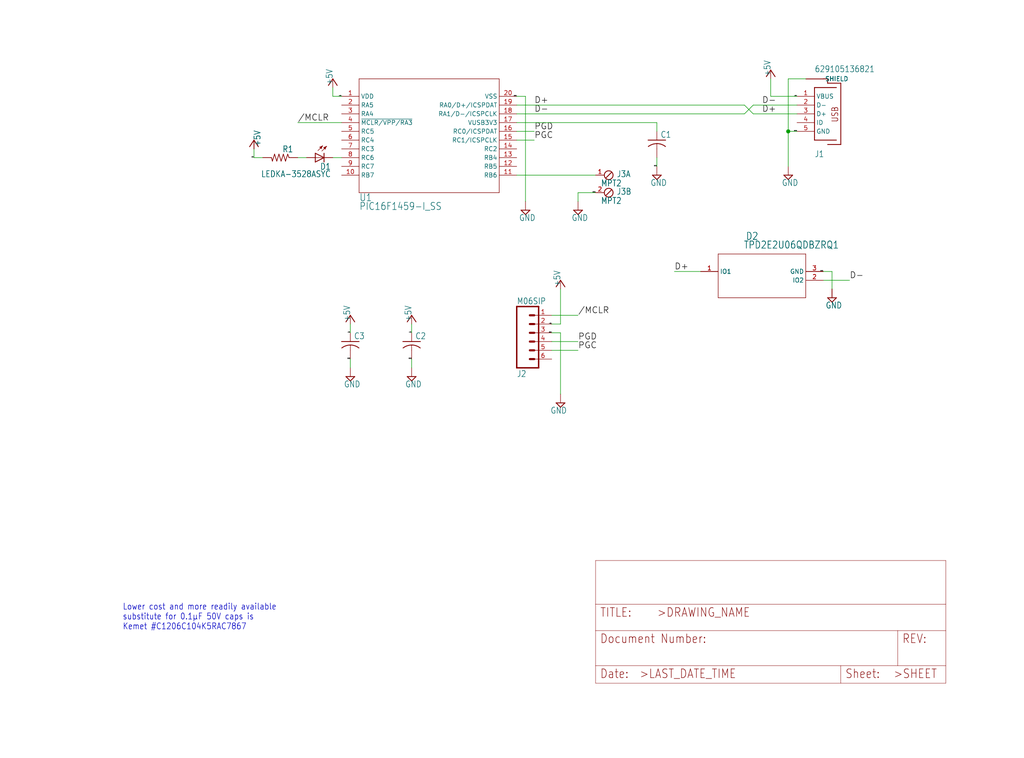
<source format=kicad_sch>
(kicad_sch (version 20201015) (generator eeschema)
  (page 1 1)
  (paper "User" 297.002 219.888)
  (lib_symbols
    (symbol "contact-block-v4-eagle-import:+5V" (power)
      (property "Value" "+5V" (at -2.54 -5.08 90))
      (symbol "+5V_1_0"
        (polyline (pts (xy 1.27 -1.905) (xy 0 0)) (stroke (width 0.254)))
        (polyline (pts (xy 0 0) (xy -1.27 -1.905)) (stroke (width 0.254)))
        (pin power_in line (at 0 -2.54 90) (length 2.54) (name "+5V") (number "1"))
      )
    )
    (symbol "contact-block-v4-eagle-import:629105136821"
      (property "Reference" "J" (at -2.54 10.668 0))
      (property "Value" "629105136821" (at -2.54 -13.97 0))
      (symbol "629105136821_1_0"
        (text "USB" (at 4.445 -2.2225 900) (effects (font (size 1.778 1.5113)) (justify left bottom)))
        (polyline (pts (xy -2.54 -7.62) (xy -2.54 7.62)) (stroke (width 0.254)))
        (polyline (pts (xy -2.54 7.62) (xy 3.81 7.62)) (stroke (width 0.254)))
        (polyline (pts (xy 3.81 -7.62) (xy -2.54 -7.62)) (stroke (width 0.254)))
        (polyline (pts (xy 5.08 8.89) (xy 5.08 -8.89)) (stroke (width 0.254)))
        (polyline (pts (xy 5.08 -8.89) (xy 1.27 -8.89)) (stroke (width 0.254)))
        (polyline (pts (xy 1.27 -8.89) (xy 1.27 -10.16)) (stroke (width 0.254)))
        (polyline (pts (xy 0 -10.16) (xy 1.27 -10.16)) (stroke (width 0.254)))
        (polyline (pts (xy 1.27 8.89) (xy 5.08 8.89)) (stroke (width 0.254)))
        (pin passive line (at -7.62 5.08 0) (length 5.08) (name "GND") (number "5"))
        (pin passive line (at -7.62 2.54 0) (length 5.08) (name "ID") (number "4"))
        (pin passive line (at -7.62 0 0) (length 5.08) (name "D+") (number "3"))
        (pin passive line (at -7.62 -2.54 0) (length 5.08) (name "D-") (number "2"))
        (pin passive line (at -7.62 -5.08 0) (length 5.08) (name "VBUS") (number "1"))
        (pin passive line (at -5.08 -10.16 0) (length 5.08) (name "SHIELD") (number "SHELL"))
        (pin passive line (at -5.08 -10.16 0) (length 5.08) (name "SHIELD") (number "SHELL1"))
        (pin passive line (at -5.08 -10.16 0) (length 5.08) (name "SHIELD") (number "SHELL2"))
        (pin passive line (at -5.08 -10.16 0) (length 5.08) (name "SHIELD") (number "SHELL3"))
      )
    )
    (symbol "contact-block-v4-eagle-import:C-USC1206K"
      (property "Reference" "C" (at 1.016 0.635 0))
      (property "Value" "C-USC1206K" (at 1.016 -4.191 0))
      (symbol "C-USC1206K_1_0"
        (arc (start 2.4892 -1.8542) (end 0 -1) (radius (at 0 -5.0542) (length 4.0541) (angles 52.1 90)) (stroke (width 0.254)))
        (arc (start 0 -1.0161) (end -2.4668 -1.8504) (radius (at 0 -5.0799) (length 4.0638) (angles 90 127.4)) (stroke (width 0.254)))
        (polyline (pts (xy -2.54 0) (xy 2.54 0)) (stroke (width 0.254)))
        (polyline (pts (xy 0 -1.016) (xy 0 -2.54)) (stroke (width 0.1524)))
        (pin passive line (at 0 2.54 270) (length 2.54) (name "1") (number "1"))
        (pin passive line (at 0 -5.08 90) (length 2.54) (name "2") (number "2"))
      )
    )
    (symbol "contact-block-v4-eagle-import:C-USC1210"
      (property "Reference" "C" (at 1.016 0.635 0))
      (property "Value" "C-USC1210" (at 1.016 -4.191 0))
      (symbol "C-USC1210_1_0"
        (arc (start 2.4892 -1.8542) (end 0 -1) (radius (at 0 -5.0542) (length 4.0541) (angles 52.1 90)) (stroke (width 0.254)))
        (arc (start 0 -1.0161) (end -2.4668 -1.8504) (radius (at 0 -5.0799) (length 4.0638) (angles 90 127.4)) (stroke (width 0.254)))
        (polyline (pts (xy -2.54 0) (xy 2.54 0)) (stroke (width 0.254)))
        (polyline (pts (xy 0 -1.016) (xy 0 -2.54)) (stroke (width 0.1524)))
        (pin passive line (at 0 2.54 270) (length 2.54) (name "1") (number "1"))
        (pin passive line (at 0 -5.08 90) (length 2.54) (name "2") (number "2"))
      )
    )
    (symbol "contact-block-v4-eagle-import:GND" (power)
      (property "Value" "GND" (at -1.905 -3.175 0))
      (symbol "GND_1_0"
        (polyline (pts (xy -1.27 0) (xy 1.27 0)) (stroke (width 0.254)))
        (polyline (pts (xy 1.27 0) (xy 0 -1.27)) (stroke (width 0.254)))
        (polyline (pts (xy 0 -1.27) (xy -1.27 0)) (stroke (width 0.254)))
        (pin power_in line (at 0 2.54 270) (length 2.54) (name "GND") (number "1"))
      )
    )
    (symbol "contact-block-v4-eagle-import:LEDKA-3528ASYC"
      (property "Reference" "LED" (at 3.556 -4.572 90))
      (property "Value" "LEDKA-3528ASYC" (at 5.715 -4.572 90))
      (symbol "LEDKA-3528ASYC_1_0"
        (polyline (pts (xy 1.27 0) (xy 0 -2.54)) (stroke (width 0.254)))
        (polyline (pts (xy 0 -2.54) (xy -1.27 0)) (stroke (width 0.254)))
        (polyline (pts (xy 1.27 -2.54) (xy 0 -2.54)) (stroke (width 0.254)))
        (polyline (pts (xy 0 -2.54) (xy -1.27 -2.54)) (stroke (width 0.254)))
        (polyline (pts (xy 1.27 0) (xy 0 0)) (stroke (width 0.254)))
        (polyline (pts (xy 0 0) (xy -1.27 0)) (stroke (width 0.254)))
        (polyline (pts (xy 0 0) (xy 0 -2.54)) (stroke (width 0.1524)))
        (polyline (pts (xy -2.032 -0.762) (xy -3.429 -2.159)) (stroke (width 0.1524)))
        (polyline (pts (xy -1.905 -1.905) (xy -3.302 -3.302)) (stroke (width 0.1524)))
        (polyline (pts (xy -3.429 -2.159) (xy -3.048 -1.27) (xy -2.54 -1.778)) (fill (type outline)))
        (polyline (pts (xy -3.302 -3.302) (xy -2.921 -2.413) (xy -2.413 -2.921)) (fill (type outline)))
        (pin passive line (at 0 -5.08 90) (length 2.54) (name "C") (number "C"))
        (pin passive line (at 0 2.54 270) (length 2.54) (name "A") (number "A"))
      )
    )
    (symbol "contact-block-v4-eagle-import:LETTER_L"
      (symbol "LETTER_L_2_0"
        (text "Date:" (at 1.27 1.27 0) (effects (font (size 2.54 2.159)) (justify left bottom)))
        (text ">LAST_DATE_TIME" (at 12.7 1.27 0) (effects (font (size 2.54 2.159)) (justify left bottom)))
        (text "Sheet:" (at 72.39 1.27 0) (effects (font (size 2.54 2.159)) (justify left bottom)))
        (text ">SHEET" (at 86.36 1.27 0) (effects (font (size 2.54 2.159)) (justify left bottom)))
        (text "REV:" (at 88.9 11.43 0) (effects (font (size 2.54 2.159)) (justify left bottom)))
        (text "TITLE:" (at 1.27 19.05 0) (effects (font (size 2.54 2.159)) (justify left bottom)))
        (text "Document Number:" (at 1.27 11.43 0) (effects (font (size 2.54 2.159)) (justify left bottom)))
        (text ">DRAWING_NAME" (at 17.78 19.05 0) (effects (font (size 2.54 2.159)) (justify left bottom)))
        (polyline (pts (xy 0 0) (xy 71.12 0)) (stroke (width 0.1016)))
        (polyline (pts (xy 101.6 15.24) (xy 87.63 15.24)) (stroke (width 0.1016)))
        (polyline (pts (xy 0 0) (xy 0 5.08)) (stroke (width 0.1016)))
        (polyline (pts (xy 0 5.08) (xy 71.12 5.08)) (stroke (width 0.1016)))
        (polyline (pts (xy 0 5.08) (xy 0 15.24)) (stroke (width 0.1016)))
        (polyline (pts (xy 101.6 15.24) (xy 101.6 5.08)) (stroke (width 0.1016)))
        (polyline (pts (xy 71.12 5.08) (xy 71.12 0)) (stroke (width 0.1016)))
        (polyline (pts (xy 71.12 5.08) (xy 87.63 5.08)) (stroke (width 0.1016)))
        (polyline (pts (xy 71.12 0) (xy 101.6 0)) (stroke (width 0.1016)))
        (polyline (pts (xy 87.63 15.24) (xy 87.63 5.08)) (stroke (width 0.1016)))
        (polyline (pts (xy 87.63 15.24) (xy 0 15.24)) (stroke (width 0.1016)))
        (polyline (pts (xy 87.63 5.08) (xy 101.6 5.08)) (stroke (width 0.1016)))
        (polyline (pts (xy 101.6 5.08) (xy 101.6 0)) (stroke (width 0.1016)))
        (polyline (pts (xy 0 15.24) (xy 0 22.86)) (stroke (width 0.1016)))
        (polyline (pts (xy 101.6 35.56) (xy 0 35.56)) (stroke (width 0.1016)))
        (polyline (pts (xy 101.6 35.56) (xy 101.6 22.86)) (stroke (width 0.1016)))
        (polyline (pts (xy 0 22.86) (xy 101.6 22.86)) (stroke (width 0.1016)))
        (polyline (pts (xy 0 22.86) (xy 0 35.56)) (stroke (width 0.1016)))
        (polyline (pts (xy 101.6 22.86) (xy 101.6 15.24)) (stroke (width 0.1016)))
      )
    )
    (symbol "contact-block-v4-eagle-import:M06SIP"
      (property "Reference" "JP" (at -5.08 10.922 0))
      (property "Value" "M06SIP" (at -5.08 -10.16 0))
      (symbol "M06SIP_1_0"
        (polyline (pts (xy 1.27 -7.62) (xy -5.08 -7.62)) (stroke (width 0.4064)))
        (polyline (pts (xy -1.27 0) (xy 0 0)) (stroke (width 0.6096)))
        (polyline (pts (xy -1.27 -2.54) (xy 0 -2.54)) (stroke (width 0.6096)))
        (polyline (pts (xy -1.27 -5.08) (xy 0 -5.08)) (stroke (width 0.6096)))
        (polyline (pts (xy -5.08 10.16) (xy -5.08 -7.62)) (stroke (width 0.4064)))
        (polyline (pts (xy 1.27 -7.62) (xy 1.27 10.16)) (stroke (width 0.4064)))
        (polyline (pts (xy -5.08 10.16) (xy 1.27 10.16)) (stroke (width 0.4064)))
        (polyline (pts (xy -1.27 5.08) (xy 0 5.08)) (stroke (width 0.6096)))
        (polyline (pts (xy -1.27 2.54) (xy 0 2.54)) (stroke (width 0.6096)))
        (polyline (pts (xy -1.27 7.62) (xy 0 7.62)) (stroke (width 0.6096)))
        (pin passive line (at 5.08 -5.08 180) (length 5.08) (name "1") (number "1"))
        (pin passive line (at 5.08 -2.54 180) (length 5.08) (name "2") (number "2"))
        (pin passive line (at 5.08 0 180) (length 5.08) (name "3") (number "3"))
        (pin passive line (at 5.08 2.54 180) (length 5.08) (name "4") (number "4"))
        (pin passive line (at 5.08 5.08 180) (length 5.08) (name "5") (number "5"))
        (pin passive line (at 5.08 7.62 180) (length 5.08) (name "6") (number "6"))
      )
    )
    (symbol "contact-block-v4-eagle-import:MPT2"
      (property "Reference" "X" (at 3.556 -0.635 0))
      (property "Value" "MPT2" (at -1.016 -3.302 0))
      (symbol "MPT2_1_0"
        (circle (center 1.27 0) (radius 1.27) (stroke (width 0.254)))
        (polyline (pts (xy 2.032 0.762) (xy 0.508 -0.762)) (stroke (width 0.254)))
        (pin passive line (at -2.54 0 0) (length 2.54) (name "1") (number "1"))
      )
      (symbol "MPT2_2_0"
        (circle (center 1.27 0) (radius 1.27) (stroke (width 0.254)))
        (polyline (pts (xy 2.032 0.762) (xy 0.508 -0.762)) (stroke (width 0.254)))
        (pin passive line (at -2.54 0 0) (length 2.54) (name "1") (number "2"))
      )
    )
    (symbol "contact-block-v4-eagle-import:PIC16F1459-I_SS"
      (property "Reference" "U" (at 0 -2.54 0))
      (property "Value" "PIC16F1459-I_SS" (at 0 -5.08 0))
      (symbol "PIC16F1459-I_SS_1_0"
        (polyline (pts (xy 0 33.02) (xy 0 0)) (stroke (width 0.1524)))
        (polyline (pts (xy 0 0) (xy 40.64 0)) (stroke (width 0.1524)))
        (polyline (pts (xy 40.64 0) (xy 40.64 33.02)) (stroke (width 0.1524)))
        (polyline (pts (xy 40.64 33.02) (xy 0 33.02)) (stroke (width 0.1524)))
        (pin power_in line (at -5.08 27.94 0) (length 5.08) (name "VDD") (number "1"))
        (pin bidirectional line (at -5.08 25.4 0) (length 5.08) (name "RA5") (number "2"))
        (pin bidirectional line (at -5.08 22.86 0) (length 5.08) (name "RA4") (number "3"))
        (pin bidirectional line (at -5.08 20.32 0) (length 5.08) (name "~MCLR/VPP/RA3") (number "4"))
        (pin bidirectional line (at -5.08 17.78 0) (length 5.08) (name "RC5") (number "5"))
        (pin bidirectional line (at -5.08 15.24 0) (length 5.08) (name "RC4") (number "6"))
        (pin bidirectional line (at -5.08 12.7 0) (length 5.08) (name "RC3") (number "7"))
        (pin bidirectional line (at -5.08 10.16 0) (length 5.08) (name "RC6") (number "8"))
        (pin bidirectional line (at -5.08 7.62 0) (length 5.08) (name "RC7") (number "9"))
        (pin bidirectional line (at -5.08 5.08 0) (length 5.08) (name "RB7") (number "10"))
        (pin bidirectional line (at 45.72 5.08 180) (length 5.08) (name "RB6") (number "11"))
        (pin bidirectional line (at 45.72 7.62 180) (length 5.08) (name "RB5") (number "12"))
        (pin bidirectional line (at 45.72 10.16 180) (length 5.08) (name "RB4") (number "13"))
        (pin bidirectional line (at 45.72 12.7 180) (length 5.08) (name "RC2") (number "14"))
        (pin bidirectional line (at 45.72 15.24 180) (length 5.08) (name "RC1/ICSPCLK") (number "15"))
        (pin bidirectional line (at 45.72 17.78 180) (length 5.08) (name "RC0/ICSPDAT") (number "16"))
        (pin power_in line (at 45.72 20.32 180) (length 5.08) (name "VUSB3V3") (number "17"))
        (pin bidirectional line (at 45.72 22.86 180) (length 5.08) (name "RA1/D-/ICSPCLK") (number "18"))
        (pin bidirectional line (at 45.72 25.4 180) (length 5.08) (name "RA0/D+/ICSPDAT") (number "19"))
        (pin power_in line (at 45.72 27.94 180) (length 5.08) (name "VSS") (number "20"))
      )
    )
    (symbol "contact-block-v4-eagle-import:R-US_R1206"
      (property "Reference" "R" (at -3.81 1.4986 0))
      (property "Value" "R-US_R1206" (at -3.81 -3.302 0))
      (symbol "R-US_R1206_1_0"
        (polyline (pts (xy -2.54 0) (xy -2.159 1.016)) (stroke (width 0.2032)))
        (polyline (pts (xy -2.159 1.016) (xy -1.524 -1.016)) (stroke (width 0.2032)))
        (polyline (pts (xy -1.524 -1.016) (xy -0.889 1.016)) (stroke (width 0.2032)))
        (polyline (pts (xy -0.889 1.016) (xy -0.254 -1.016)) (stroke (width 0.2032)))
        (polyline (pts (xy -0.254 -1.016) (xy 0.381 1.016)) (stroke (width 0.2032)))
        (polyline (pts (xy 0.381 1.016) (xy 1.016 -1.016)) (stroke (width 0.2032)))
        (polyline (pts (xy 1.016 -1.016) (xy 1.651 1.016)) (stroke (width 0.2032)))
        (polyline (pts (xy 1.651 1.016) (xy 2.286 -1.016)) (stroke (width 0.2032)))
        (polyline (pts (xy 2.286 -1.016) (xy 2.54 0)) (stroke (width 0.2032)))
        (pin passive line (at 5.08 0 180) (length 2.54) (name "2") (number "2"))
        (pin passive line (at -5.08 0 0) (length 2.54) (name "1") (number "1"))
      )
    )
    (symbol "contact-block-v4-eagle-import:TPD2E2U06QDBZRQ1"
      (property "Reference" "U" (at 15.5956 9.1186 0))
      (property "Value" "TPD2E2U06QDBZRQ1" (at 14.9606 6.5786 0))
      (symbol "TPD2E2U06QDBZRQ1_1_0"
        (polyline (pts (xy 7.62 5.08) (xy 7.62 -7.62)) (stroke (width 0.1524)))
        (polyline (pts (xy 7.62 -7.62) (xy 33.02 -7.62)) (stroke (width 0.1524)))
        (polyline (pts (xy 33.02 -7.62) (xy 33.02 5.08)) (stroke (width 0.1524)))
        (polyline (pts (xy 33.02 5.08) (xy 7.62 5.08)) (stroke (width 0.1524)))
        (pin bidirectional line (at 2.54 0 0) (length 5.08) (name "IO1") (number "1"))
        (pin bidirectional line (at 38.1 -2.54 180) (length 5.08) (name "IO2") (number "2"))
        (pin power_in line (at 38.1 0 180) (length 5.08) (name "GND") (number "3"))
      )
    )
  )
  (junction (at 228.6 38.1) (diameter 1.016))
  (wire (pts (xy 73.66 45.72) (xy 73.66 43.18)))
  (wire (pts (xy 76.2 45.72) (xy 73.66 45.72)))
  (wire (pts (xy 88.9 45.72) (xy 86.36 45.72)))
  (wire (pts (xy 96.52 27.94) (xy 96.52 25.4)))
  (wire (pts (xy 96.52 45.72) (xy 99.06 45.72)))
  (wire (pts (xy 99.06 27.94) (xy 96.52 27.94)))
  (wire (pts (xy 99.06 35.56) (xy 86.36 35.56)))
  (wire (pts (xy 101.6 96.52) (xy 101.6 93.98)))
  (wire (pts (xy 101.6 104.14) (xy 101.6 106.68)))
  (wire (pts (xy 119.38 96.52) (xy 119.38 93.98)))
  (wire (pts (xy 119.38 104.14) (xy 119.38 106.68)))
  (wire (pts (xy 149.86 27.94) (xy 152.4 27.94)))
  (wire (pts (xy 149.86 30.48) (xy 215.9 30.48)))
  (wire (pts (xy 149.86 33.02) (xy 215.9 33.02)))
  (wire (pts (xy 149.86 35.56) (xy 190.5 35.56)))
  (wire (pts (xy 149.86 38.1) (xy 154.94 38.1)))
  (wire (pts (xy 149.86 40.64) (xy 154.94 40.64)))
  (wire (pts (xy 149.86 50.8) (xy 172.72 50.8)))
  (wire (pts (xy 152.4 27.94) (xy 152.4 58.42)))
  (wire (pts (xy 160.02 91.44) (xy 167.64 91.44)))
  (wire (pts (xy 160.02 93.98) (xy 162.56 93.98)))
  (wire (pts (xy 160.02 96.52) (xy 162.56 96.52)))
  (wire (pts (xy 160.02 99.06) (xy 167.64 99.06)))
  (wire (pts (xy 162.56 93.98) (xy 162.56 83.82)))
  (wire (pts (xy 162.56 96.52) (xy 162.56 114.3)))
  (wire (pts (xy 167.64 55.88) (xy 167.64 58.42)))
  (wire (pts (xy 167.64 101.6) (xy 160.02 101.6)))
  (wire (pts (xy 172.72 55.88) (xy 167.64 55.88)))
  (wire (pts (xy 190.5 35.56) (xy 190.5 38.1)))
  (wire (pts (xy 190.5 48.26) (xy 190.5 45.72)))
  (wire (pts (xy 203.2 78.74) (xy 195.58 78.74)))
  (wire (pts (xy 215.9 30.48) (xy 218.44 33.02)))
  (wire (pts (xy 215.9 33.02) (xy 218.44 30.48)))
  (wire (pts (xy 218.44 30.48) (xy 231.14 30.48)))
  (wire (pts (xy 218.44 33.02) (xy 231.14 33.02)))
  (wire (pts (xy 223.52 27.94) (xy 223.52 22.86)))
  (wire (pts (xy 228.6 22.86) (xy 228.6 38.1)))
  (wire (pts (xy 228.6 38.1) (xy 228.6 48.26)))
  (wire (pts (xy 231.14 27.94) (xy 223.52 27.94)))
  (wire (pts (xy 231.14 38.1) (xy 228.6 38.1)))
  (wire (pts (xy 233.68 22.86) (xy 228.6 22.86)))
  (wire (pts (xy 238.76 78.74) (xy 241.3 78.74)))
  (wire (pts (xy 238.76 81.28) (xy 246.38 81.28)))
  (wire (pts (xy 241.3 78.74) (xy 241.3 83.82)))
  (text "Lower cost and more readily available\nsubstitute for 0.1µF 50V caps is\nKemet #C1206C104K5RAC7867" (at 35.56 182.88 0) (effects (font (size 1.778 1.5113)) (justify left bottom)))
  (label "+5V" (at 73.66 45.72 180) (effects (font (size 0.254 0.254))))
  (label "/MCLR" (at 86.36 35.56 0) (effects (font (size 1.778 1.778))))
  (label "+5V" (at 99.06 27.94 180) (effects (font (size 0.254 0.254))))
  (label "+5V" (at 101.6 96.52 180) (effects (font (size 0.254 0.254))))
  (label "GND" (at 101.6 104.14 180) (effects (font (size 0.254 0.254))))
  (label "+5V" (at 119.38 96.52 180) (effects (font (size 0.254 0.254))))
  (label "GND" (at 119.38 104.14 180) (effects (font (size 0.254 0.254))))
  (label "GND" (at 149.86 27.94 180) (effects (font (size 0.254 0.254))))
  (label "D+" (at 154.94 30.48 0) (effects (font (size 1.778 1.778))))
  (label "D-" (at 154.94 33.02 0) (effects (font (size 1.778 1.778))))
  (label "PGD" (at 154.94 38.1 0) (effects (font (size 1.778 1.778))))
  (label "PGC" (at 154.94 40.64 0) (effects (font (size 1.778 1.778))))
  (label "+5V" (at 160.02 93.98 180) (effects (font (size 0.254 0.254))))
  (label "GND" (at 160.02 96.52 180) (effects (font (size 0.254 0.254))))
  (label "/MCLR" (at 167.64 91.44 0) (effects (font (size 1.778 1.778))))
  (label "PGD" (at 167.64 99.06 0) (effects (font (size 1.778 1.778))))
  (label "PGC" (at 167.64 101.6 0) (effects (font (size 1.778 1.778))))
  (label "GND" (at 172.72 55.88 180) (effects (font (size 0.254 0.254))))
  (label "GND" (at 190.5 48.26 180) (effects (font (size 0.254 0.254))))
  (label "D+" (at 195.58 78.74 0) (effects (font (size 1.778 1.778))))
  (label "D-" (at 220.98 30.48 0) (effects (font (size 1.778 1.778))))
  (label "D+" (at 220.98 33.02 0) (effects (font (size 1.778 1.778))))
  (label "+5V" (at 231.14 27.94 180) (effects (font (size 0.254 0.254))))
  (label "GND" (at 231.14 38.1 180) (effects (font (size 0.254 0.254))))
  (label "GND" (at 238.76 78.74 180) (effects (font (size 0.254 0.254))))
  (label "D-" (at 246.38 81.28 0) (effects (font (size 1.778 1.778))))
  (symbol (lib_id "contact-block-v4-eagle-import:LETTER_L") (at 25.4 198.12 0) (unit 1)
    (property "Reference" "#FRAME1" (effects hide))
    (property "Value" "LETTER_L" (effects hide))
  )
  (symbol (lib_id "contact-block-v4-eagle-import:+5V") (at 73.66 40.64 0) (mirror y) (unit 1)
    (property "Reference" "#P+05" (effects hide))
    (property "Value" "+5V" (at 73.66 40.132 90) (effects (font (size 1.778 1.5113)) (justify bottom)))
  )
  (symbol (lib_id "contact-block-v4-eagle-import:+5V") (at 96.52 22.86 0) (unit 1)
    (property "Reference" "#P+01" (effects hide))
    (property "Value" "+5V" (at 96.52 22.352 90) (effects (font (size 1.778 1.5113)) (justify bottom)))
  )
  (symbol (lib_id "contact-block-v4-eagle-import:+5V") (at 101.6 91.44 0) (unit 1)
    (property "Reference" "#P+06" (effects hide))
    (property "Value" "+5V" (at 101.6 90.932 90) (effects (font (size 1.778 1.5113)) (justify bottom)))
  )
  (symbol (lib_id "contact-block-v4-eagle-import:+5V") (at 119.38 91.44 0) (unit 1)
    (property "Reference" "#P+09" (effects hide))
    (property "Value" "+5V" (at 119.38 90.932 90) (effects (font (size 1.778 1.5113)) (justify bottom)))
  )
  (symbol (lib_id "contact-block-v4-eagle-import:+5V") (at 162.56 81.28 0) (unit 1)
    (property "Reference" "#P+03" (effects hide))
    (property "Value" "+5V" (at 162.56 80.772 90) (effects (font (size 1.778 1.5113)) (justify bottom)))
  )
  (symbol (lib_id "contact-block-v4-eagle-import:+5V") (at 223.52 20.32 0) (unit 1)
    (property "Reference" "#P+02" (effects hide))
    (property "Value" "+5V" (at 223.52 19.812 90) (effects (font (size 1.778 1.5113)) (justify bottom)))
  )
  (symbol (lib_id "contact-block-v4-eagle-import:GND") (at 101.6 109.22 0) (unit 1)
    (property "Reference" "#SUPPLY06" (effects hide))
    (property "Value" "GND" (at 99.695 112.395 0) (effects (font (size 1.778 1.5113)) (justify left bottom)))
  )
  (symbol (lib_id "contact-block-v4-eagle-import:GND") (at 119.38 109.22 0) (unit 1)
    (property "Reference" "#SUPPLY05" (effects hide))
    (property "Value" "GND" (at 117.475 112.395 0) (effects (font (size 1.778 1.5113)) (justify left bottom)))
  )
  (symbol (lib_id "contact-block-v4-eagle-import:GND") (at 152.4 60.96 0) (unit 1)
    (property "Reference" "#SUPPLY03" (effects hide))
    (property "Value" "GND" (at 150.495 64.135 0) (effects (font (size 1.778 1.5113)) (justify left bottom)))
  )
  (symbol (lib_id "contact-block-v4-eagle-import:GND") (at 162.56 116.84 0) (mirror y) (unit 1)
    (property "Reference" "#V05" (effects hide))
    (property "Value" "GND" (at 164.465 120.015 0) (effects (font (size 1.778 1.5113)) (justify left bottom)))
  )
  (symbol (lib_id "contact-block-v4-eagle-import:GND") (at 167.64 60.96 0) (unit 1)
    (property "Reference" "#SUPPLY07" (effects hide))
    (property "Value" "GND" (at 165.735 64.135 0) (effects (font (size 1.778 1.5113)) (justify left bottom)))
  )
  (symbol (lib_id "contact-block-v4-eagle-import:GND") (at 190.5 50.8 0) (unit 1)
    (property "Reference" "#SUPPLY04" (effects hide))
    (property "Value" "GND" (at 188.595 53.975 0) (effects (font (size 1.778 1.5113)) (justify left bottom)))
  )
  (symbol (lib_id "contact-block-v4-eagle-import:GND") (at 228.6 50.8 0) (unit 1)
    (property "Reference" "#SUPPLY01" (effects hide))
    (property "Value" "GND" (at 226.695 53.975 0) (effects (font (size 1.778 1.5113)) (justify left bottom)))
  )
  (symbol (lib_id "contact-block-v4-eagle-import:GND") (at 241.3 86.36 0) (unit 1)
    (property "Reference" "#SUPPLY02" (effects hide))
    (property "Value" "GND" (at 239.395 89.535 0) (effects (font (size 1.778 1.5113)) (justify left bottom)))
  )
  (symbol (lib_id "contact-block-v4-eagle-import:MPT2") (at 175.26 50.8 0) (unit 1)
    (property "Reference" "J3" (at 178.816 51.435 0) (effects (font (size 1.778 1.5113)) (justify left bottom)))
    (property "Value" "MPT2" (at 174.244 54.102 0) (effects (font (size 1.778 1.5113)) (justify left bottom)))
    (property "Footprint" "Connector_PinSocket_2.54mm:PinSocket_1x02_P2.54mm_Vertical" (effects hide))
  )
  (symbol (lib_id "contact-block-v4-eagle-import:MPT2") (at 175.26 55.88 0) (unit 2)
    (property "Reference" "J3" (at 178.816 56.515 0) (effects (font (size 1.778 1.5113)) (justify left bottom)))
    (property "Value" "MPT2" (at 174.244 59.182 0) (effects (font (size 1.778 1.5113)) (justify left bottom)))
    (property "Footprint" "Connector_PinSocket_2.54mm:PinSocket_1x02_P2.54mm_Vertical" (effects hide))
  )
  (symbol (lib_id "contact-block-v4-eagle-import:R-US_R1206") (at 81.28 45.72 0) (mirror y) (unit 1)
    (property "Reference" "R1" (at 85.09 44.2214 0) (effects (font (size 1.778 1.5113)) (justify left bottom)))
    (property "Value" "1k" (at 85.09 49.022 0) (effects (font (size 1.778 1.5113)) (justify left bottom)))
    (property "Footprint" "Resistor_SMD:R_1206_3216Metric" (effects hide))
    (property "Value" "1k" (effects hide))
    (property "Value" "1k" (effects hide))
  )
  (symbol (lib_id "contact-block-v4-eagle-import:LEDKA-3528ASYC") (at 91.44 45.72 90) (mirror x) (unit 1)
    (property "Reference" "D1" (at 96.012 49.276 90) (effects (font (size 1.778 1.5113)) (justify left bottom)))
    (property "Value" "LEDKA-3528ASYC" (at 96.012 51.435 90) (effects (font (size 1.778 1.5113)) (justify left bottom)))
    (property "Footprint" "LED_SMD:LED_PLCC-2" (effects hide))
  )
  (symbol (lib_id "contact-block-v4-eagle-import:C-USC1210") (at 101.6 99.06 0) (unit 1)
    (property "Reference" "C3" (at 102.616 98.425 0) (effects (font (size 1.778 1.5113)) (justify left bottom)))
    (property "Value" "1uF 16V X5R" (at 102.616 103.251 0) (effects (font (size 1.778 1.5113)) (justify left bottom)))
    (property "Footprint" "Capacitor_SMD:C_1210_3225Metric" (effects hide))
    (property "Value" "1uF 16V X5R" (effects hide))
    (property "Value" "1uF 16V X5R" (effects hide))
  )
  (symbol (lib_id "contact-block-v4-eagle-import:C-USC1206K") (at 119.38 99.06 0) (unit 1)
    (property "Reference" "C2" (at 120.396 98.425 0) (effects (font (size 1.778 1.5113)) (justify left bottom)))
    (property "Value" "0.1uF 50V" (at 120.396 103.251 0) (effects (font (size 1.778 1.5113)) (justify left bottom)))
    (property "Footprint" "Capacitor_SMD:C_1206_3216Metric" (effects hide))
    (property "Value" "0.1uF 50V" (effects hide))
    (property "Value" "0.1uF 50V" (effects hide))
  )
  (symbol (lib_id "contact-block-v4-eagle-import:C-USC1206K") (at 190.5 40.64 0) (unit 1)
    (property "Reference" "C1" (at 191.516 40.005 0) (effects (font (size 1.778 1.5113)) (justify left bottom)))
    (property "Value" "0.47uF 50V" (at 191.516 44.831 0) (effects (font (size 1.778 1.5113)) (justify left bottom)))
    (property "Footprint" "Capacitor_SMD:C_1206_3216Metric" (effects hide))
    (property "Value" "0.47uF 50V" (effects hide))
    (property "Value" "0.47uF 50V" (effects hide))
  )
  (symbol (lib_id "contact-block-v4-eagle-import:M06SIP") (at 154.94 96.52 0) (mirror x) (unit 1)
    (property "Reference" "J2" (at 149.86 107.442 0) (effects (font (size 1.778 1.5113)) (justify left bottom)))
    (property "Value" "M06SIP" (at 149.86 86.36 0) (effects (font (size 1.778 1.5113)) (justify left bottom)))
    (property "Footprint" "Connector_PinHeader_2.54mm:PinHeader_1x06_P2.54mm_Vertical" (effects hide))
  )
  (symbol (lib_id "contact-block-v4-eagle-import:629105136821") (at 238.76 33.02 0) (mirror x) (unit 1)
    (property "Reference" "J1" (at 236.22 43.688 0) (effects (font (size 1.778 1.5113)) (justify left bottom)))
    (property "Value" "629105136821" (at 236.22 19.05 0) (effects (font (size 1.778 1.5113)) (justify left bottom)))
    (property "Footprint" "contact_block:WE_629105136821" (effects hide))
  )
  (symbol (lib_id "contact-block-v4-eagle-import:TPD2E2U06QDBZRQ1") (at 200.66 78.74 0) (unit 1)
    (property "Reference" "D2" (at 216.2556 69.6214 0) (effects (font (size 2.0828 1.7703)) (justify left bottom)))
    (property "Value" "TPD2E2U06QDBZRQ1" (at 215.6206 72.1614 0) (effects (font (size 2.0828 1.7703)) (justify left bottom)))
    (property "Footprint" "Package_TO_SOT_SMD:SOT-23" (effects hide))
  )
  (symbol (lib_id "contact-block-v4-eagle-import:PIC16F1459-I_SS") (at 104.14 55.88 0) (unit 1)
    (property "Reference" "U1" (at 104.14 58.42 0) (effects (font (size 2.0828 1.7703)) (justify left bottom)))
    (property "Value" "PIC16F1459-I_SS" (at 104.14 60.96 0) (effects (font (size 2.0828 1.7703)) (justify left bottom)))
    (property "Footprint" "Package_SO:SSOP-20_5.3x7.2mm_P0.65mm" (effects hide))
  )
  (symbol (lib_id "contact-block-v4-eagle-import:LETTER_L") (at 172.72 198.12 0) (unit 2)
    (property "Reference" "#FRAME1" (effects hide))
    (property "Value" "LETTER_L" (effects hide))
  )
)
</source>
